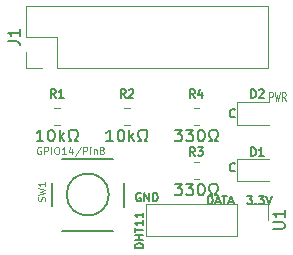
<source format=gto>
%TF.GenerationSoftware,KiCad,Pcbnew,5.1.7-a382d34a8~87~ubuntu20.04.1*%
%TF.CreationDate,2020-11-06T02:00:15-03:00*%
%TF.ProjectId,RPI_HAT,5250495f-4841-4542-9e6b-696361645f70,v1 *%
%TF.SameCoordinates,Original*%
%TF.FileFunction,Legend,Top*%
%TF.FilePolarity,Positive*%
%FSLAX46Y46*%
G04 Gerber Fmt 4.6, Leading zero omitted, Abs format (unit mm)*
G04 Created by KiCad (PCBNEW 5.1.7-a382d34a8~87~ubuntu20.04.1) date 2020-11-06 02:00:15*
%MOMM*%
%LPD*%
G01*
G04 APERTURE LIST*
%ADD10C,0.150000*%
%ADD11C,0.100000*%
%ADD12C,0.120000*%
%ADD13C,0.203200*%
G04 APERTURE END LIST*
D10*
X113393666Y-107058666D02*
X113827000Y-107058666D01*
X113593666Y-107325333D01*
X113693666Y-107325333D01*
X113760333Y-107358666D01*
X113793666Y-107392000D01*
X113827000Y-107458666D01*
X113827000Y-107625333D01*
X113793666Y-107692000D01*
X113760333Y-107725333D01*
X113693666Y-107758666D01*
X113493666Y-107758666D01*
X113427000Y-107725333D01*
X113393666Y-107692000D01*
X114127000Y-107692000D02*
X114160333Y-107725333D01*
X114127000Y-107758666D01*
X114093666Y-107725333D01*
X114127000Y-107692000D01*
X114127000Y-107758666D01*
X114393666Y-107058666D02*
X114827000Y-107058666D01*
X114593666Y-107325333D01*
X114693666Y-107325333D01*
X114760333Y-107358666D01*
X114793666Y-107392000D01*
X114827000Y-107458666D01*
X114827000Y-107625333D01*
X114793666Y-107692000D01*
X114760333Y-107725333D01*
X114693666Y-107758666D01*
X114493666Y-107758666D01*
X114427000Y-107725333D01*
X114393666Y-107692000D01*
X115027000Y-107058666D02*
X115260333Y-107758666D01*
X115493666Y-107058666D01*
X110075000Y-107758666D02*
X110075000Y-107058666D01*
X110241666Y-107058666D01*
X110341666Y-107092000D01*
X110408333Y-107158666D01*
X110441666Y-107225333D01*
X110475000Y-107358666D01*
X110475000Y-107458666D01*
X110441666Y-107592000D01*
X110408333Y-107658666D01*
X110341666Y-107725333D01*
X110241666Y-107758666D01*
X110075000Y-107758666D01*
X110741666Y-107558666D02*
X111075000Y-107558666D01*
X110675000Y-107758666D02*
X110908333Y-107058666D01*
X111141666Y-107758666D01*
X111275000Y-107058666D02*
X111675000Y-107058666D01*
X111475000Y-107758666D02*
X111475000Y-107058666D01*
X111875000Y-107558666D02*
X112208333Y-107558666D01*
X111808333Y-107758666D02*
X112041666Y-107058666D01*
X112275000Y-107758666D01*
X104368666Y-106838000D02*
X104302000Y-106804666D01*
X104202000Y-106804666D01*
X104102000Y-106838000D01*
X104035333Y-106904666D01*
X104002000Y-106971333D01*
X103968666Y-107104666D01*
X103968666Y-107204666D01*
X104002000Y-107338000D01*
X104035333Y-107404666D01*
X104102000Y-107471333D01*
X104202000Y-107504666D01*
X104268666Y-107504666D01*
X104368666Y-107471333D01*
X104402000Y-107438000D01*
X104402000Y-107204666D01*
X104268666Y-107204666D01*
X104702000Y-107504666D02*
X104702000Y-106804666D01*
X105102000Y-107504666D01*
X105102000Y-106804666D01*
X105435333Y-107504666D02*
X105435333Y-106804666D01*
X105602000Y-106804666D01*
X105702000Y-106838000D01*
X105768666Y-106904666D01*
X105802000Y-106971333D01*
X105835333Y-107104666D01*
X105835333Y-107204666D01*
X105802000Y-107338000D01*
X105768666Y-107404666D01*
X105702000Y-107471333D01*
X105602000Y-107504666D01*
X105435333Y-107504666D01*
D11*
X115284333Y-99040904D02*
X115284333Y-98240904D01*
X115474809Y-98240904D01*
X115522428Y-98279000D01*
X115546238Y-98317095D01*
X115570047Y-98393285D01*
X115570047Y-98507571D01*
X115546238Y-98583761D01*
X115522428Y-98621857D01*
X115474809Y-98659952D01*
X115284333Y-98659952D01*
X115736714Y-98240904D02*
X115855761Y-99040904D01*
X115951000Y-98469476D01*
X116046238Y-99040904D01*
X116165285Y-98240904D01*
X116641476Y-99040904D02*
X116474809Y-98659952D01*
X116355761Y-99040904D02*
X116355761Y-98240904D01*
X116546238Y-98240904D01*
X116593857Y-98279000D01*
X116617666Y-98317095D01*
X116641476Y-98393285D01*
X116641476Y-98507571D01*
X116617666Y-98583761D01*
X116593857Y-98621857D01*
X116546238Y-98659952D01*
X116355761Y-98659952D01*
D10*
X112379095Y-104925761D02*
X112283857Y-104973380D01*
X112093380Y-104973380D01*
X111998142Y-104925761D01*
X111950523Y-104878142D01*
X111902904Y-104782904D01*
X111902904Y-104497190D01*
X111950523Y-104401952D01*
X111998142Y-104354333D01*
X112093380Y-104306714D01*
X112283857Y-104306714D01*
X112379095Y-104354333D01*
X112379095Y-100353761D02*
X112283857Y-100401380D01*
X112093380Y-100401380D01*
X111998142Y-100353761D01*
X111950523Y-100306142D01*
X111902904Y-100210904D01*
X111902904Y-99925190D01*
X111950523Y-99829952D01*
X111998142Y-99782333D01*
X112093380Y-99734714D01*
X112283857Y-99734714D01*
X112379095Y-99782333D01*
D12*
%TO.C,J1*%
X115122000Y-96199000D02*
X115122000Y-90999000D01*
X97282000Y-96199000D02*
X115122000Y-96199000D01*
X94682000Y-90999000D02*
X115122000Y-90999000D01*
X97282000Y-96199000D02*
X97282000Y-93599000D01*
X97282000Y-93599000D02*
X94682000Y-93599000D01*
X94682000Y-93599000D02*
X94682000Y-90999000D01*
X96012000Y-96199000D02*
X94682000Y-96199000D01*
X94682000Y-96199000D02*
X94682000Y-94869000D01*
%TO.C,R1*%
X97078436Y-99595000D02*
X97532564Y-99595000D01*
X97078436Y-101065000D02*
X97532564Y-101065000D01*
%TO.C,R2*%
X102983936Y-101065000D02*
X103438064Y-101065000D01*
X102983936Y-99595000D02*
X103438064Y-99595000D01*
%TO.C,R3*%
X108889436Y-104167000D02*
X109343564Y-104167000D01*
X108889436Y-105637000D02*
X109343564Y-105637000D01*
%TO.C,R4*%
X108889436Y-101065000D02*
X109343564Y-101065000D01*
X108889436Y-99595000D02*
X109343564Y-99595000D01*
D13*
%TO.C,SW1*%
X97734700Y-109982000D02*
X102052700Y-109982000D01*
X102052700Y-103886000D02*
X97734700Y-103886000D01*
X96845700Y-107929680D02*
X96845700Y-105918000D01*
X102941700Y-107960160D02*
X102941700Y-105918000D01*
X101671700Y-106934000D02*
G75*
G03*
X101671700Y-106934000I-1778000J0D01*
G01*
D12*
%TO.C,U1*%
X104842000Y-107763000D02*
X104842000Y-110423000D01*
X112522000Y-107763000D02*
X104842000Y-107763000D01*
X112522000Y-110423000D02*
X104842000Y-110423000D01*
X112522000Y-107763000D02*
X112522000Y-110423000D01*
X113792000Y-107763000D02*
X115122000Y-107763000D01*
X115122000Y-107763000D02*
X115122000Y-109093000D01*
%TO.C,D1*%
X115252500Y-103897000D02*
X112567500Y-103897000D01*
X112567500Y-103897000D02*
X112567500Y-105817000D01*
X112567500Y-105817000D02*
X115252500Y-105817000D01*
%TO.C,D2*%
X112567500Y-101036000D02*
X115252500Y-101036000D01*
X112567500Y-99116000D02*
X112567500Y-101036000D01*
X115252500Y-99116000D02*
X112567500Y-99116000D01*
%TO.C,*%
D10*
D11*
X95939285Y-102951000D02*
X95882142Y-102922428D01*
X95796428Y-102922428D01*
X95710714Y-102951000D01*
X95653571Y-103008142D01*
X95625000Y-103065285D01*
X95596428Y-103179571D01*
X95596428Y-103265285D01*
X95625000Y-103379571D01*
X95653571Y-103436714D01*
X95710714Y-103493857D01*
X95796428Y-103522428D01*
X95853571Y-103522428D01*
X95939285Y-103493857D01*
X95967857Y-103465285D01*
X95967857Y-103265285D01*
X95853571Y-103265285D01*
X96225000Y-103522428D02*
X96225000Y-102922428D01*
X96453571Y-102922428D01*
X96510714Y-102951000D01*
X96539285Y-102979571D01*
X96567857Y-103036714D01*
X96567857Y-103122428D01*
X96539285Y-103179571D01*
X96510714Y-103208142D01*
X96453571Y-103236714D01*
X96225000Y-103236714D01*
X96825000Y-103522428D02*
X96825000Y-102922428D01*
X97225000Y-102922428D02*
X97339285Y-102922428D01*
X97396428Y-102951000D01*
X97453571Y-103008142D01*
X97482142Y-103122428D01*
X97482142Y-103322428D01*
X97453571Y-103436714D01*
X97396428Y-103493857D01*
X97339285Y-103522428D01*
X97225000Y-103522428D01*
X97167857Y-103493857D01*
X97110714Y-103436714D01*
X97082142Y-103322428D01*
X97082142Y-103122428D01*
X97110714Y-103008142D01*
X97167857Y-102951000D01*
X97225000Y-102922428D01*
X98053571Y-103522428D02*
X97710714Y-103522428D01*
X97882142Y-103522428D02*
X97882142Y-102922428D01*
X97825000Y-103008142D01*
X97767857Y-103065285D01*
X97710714Y-103093857D01*
X98567857Y-103122428D02*
X98567857Y-103522428D01*
X98425000Y-102893857D02*
X98282142Y-103322428D01*
X98653571Y-103322428D01*
X99310714Y-102893857D02*
X98796428Y-103665285D01*
X99510714Y-103522428D02*
X99510714Y-102922428D01*
X99739285Y-102922428D01*
X99796428Y-102951000D01*
X99825000Y-102979571D01*
X99853571Y-103036714D01*
X99853571Y-103122428D01*
X99825000Y-103179571D01*
X99796428Y-103208142D01*
X99739285Y-103236714D01*
X99510714Y-103236714D01*
X100110714Y-103522428D02*
X100110714Y-103122428D01*
X100110714Y-102922428D02*
X100082142Y-102951000D01*
X100110714Y-102979571D01*
X100139285Y-102951000D01*
X100110714Y-102922428D01*
X100110714Y-102979571D01*
X100396428Y-103122428D02*
X100396428Y-103522428D01*
X100396428Y-103179571D02*
X100425000Y-103151000D01*
X100482142Y-103122428D01*
X100567857Y-103122428D01*
X100625000Y-103151000D01*
X100653571Y-103208142D01*
X100653571Y-103522428D01*
X101025000Y-103179571D02*
X100967857Y-103151000D01*
X100939285Y-103122428D01*
X100910714Y-103065285D01*
X100910714Y-103036714D01*
X100939285Y-102979571D01*
X100967857Y-102951000D01*
X101025000Y-102922428D01*
X101139285Y-102922428D01*
X101196428Y-102951000D01*
X101225000Y-102979571D01*
X101253571Y-103036714D01*
X101253571Y-103065285D01*
X101225000Y-103122428D01*
X101196428Y-103151000D01*
X101139285Y-103179571D01*
X101025000Y-103179571D01*
X100967857Y-103208142D01*
X100939285Y-103236714D01*
X100910714Y-103293857D01*
X100910714Y-103408142D01*
X100939285Y-103465285D01*
X100967857Y-103493857D01*
X101025000Y-103522428D01*
X101139285Y-103522428D01*
X101196428Y-103493857D01*
X101225000Y-103465285D01*
X101253571Y-103408142D01*
X101253571Y-103293857D01*
X101225000Y-103236714D01*
X101196428Y-103208142D01*
X101139285Y-103179571D01*
D10*
%TO.C,J1*%
X93134380Y-93932333D02*
X93848666Y-93932333D01*
X93991523Y-93979952D01*
X94086761Y-94075190D01*
X94134380Y-94218047D01*
X94134380Y-94313285D01*
X94134380Y-92932333D02*
X94134380Y-93503761D01*
X94134380Y-93218047D02*
X93134380Y-93218047D01*
X93277238Y-93313285D01*
X93372476Y-93408523D01*
X93420095Y-93503761D01*
%TO.C,R1*%
X97188833Y-98742666D02*
X96955500Y-98409333D01*
X96788833Y-98742666D02*
X96788833Y-98042666D01*
X97055500Y-98042666D01*
X97122166Y-98076000D01*
X97155500Y-98109333D01*
X97188833Y-98176000D01*
X97188833Y-98276000D01*
X97155500Y-98342666D01*
X97122166Y-98376000D01*
X97055500Y-98409333D01*
X96788833Y-98409333D01*
X97855500Y-98742666D02*
X97455500Y-98742666D01*
X97655500Y-98742666D02*
X97655500Y-98042666D01*
X97588833Y-98142666D01*
X97522166Y-98209333D01*
X97455500Y-98242666D01*
X96138833Y-102432380D02*
X95567404Y-102432380D01*
X95853119Y-102432380D02*
X95853119Y-101432380D01*
X95757880Y-101575238D01*
X95662642Y-101670476D01*
X95567404Y-101718095D01*
X96757880Y-101432380D02*
X96853119Y-101432380D01*
X96948357Y-101480000D01*
X96995976Y-101527619D01*
X97043595Y-101622857D01*
X97091214Y-101813333D01*
X97091214Y-102051428D01*
X97043595Y-102241904D01*
X96995976Y-102337142D01*
X96948357Y-102384761D01*
X96853119Y-102432380D01*
X96757880Y-102432380D01*
X96662642Y-102384761D01*
X96615023Y-102337142D01*
X96567404Y-102241904D01*
X96519785Y-102051428D01*
X96519785Y-101813333D01*
X96567404Y-101622857D01*
X96615023Y-101527619D01*
X96662642Y-101480000D01*
X96757880Y-101432380D01*
X97519785Y-102432380D02*
X97519785Y-101432380D01*
X97615023Y-102051428D02*
X97900738Y-102432380D01*
X97900738Y-101765714D02*
X97519785Y-102146666D01*
X98281690Y-102432380D02*
X98519785Y-102432380D01*
X98519785Y-102241904D01*
X98424547Y-102194285D01*
X98329309Y-102099047D01*
X98281690Y-101956190D01*
X98281690Y-101718095D01*
X98329309Y-101575238D01*
X98424547Y-101480000D01*
X98567404Y-101432380D01*
X98757880Y-101432380D01*
X98900738Y-101480000D01*
X98995976Y-101575238D01*
X99043595Y-101718095D01*
X99043595Y-101956190D01*
X98995976Y-102099047D01*
X98900738Y-102194285D01*
X98805500Y-102241904D01*
X98805500Y-102432380D01*
X99043595Y-102432380D01*
%TO.C,R2*%
X103094333Y-98742666D02*
X102861000Y-98409333D01*
X102694333Y-98742666D02*
X102694333Y-98042666D01*
X102961000Y-98042666D01*
X103027666Y-98076000D01*
X103061000Y-98109333D01*
X103094333Y-98176000D01*
X103094333Y-98276000D01*
X103061000Y-98342666D01*
X103027666Y-98376000D01*
X102961000Y-98409333D01*
X102694333Y-98409333D01*
X103361000Y-98109333D02*
X103394333Y-98076000D01*
X103461000Y-98042666D01*
X103627666Y-98042666D01*
X103694333Y-98076000D01*
X103727666Y-98109333D01*
X103761000Y-98176000D01*
X103761000Y-98242666D01*
X103727666Y-98342666D01*
X103327666Y-98742666D01*
X103761000Y-98742666D01*
X102044333Y-102432380D02*
X101472904Y-102432380D01*
X101758619Y-102432380D02*
X101758619Y-101432380D01*
X101663380Y-101575238D01*
X101568142Y-101670476D01*
X101472904Y-101718095D01*
X102663380Y-101432380D02*
X102758619Y-101432380D01*
X102853857Y-101480000D01*
X102901476Y-101527619D01*
X102949095Y-101622857D01*
X102996714Y-101813333D01*
X102996714Y-102051428D01*
X102949095Y-102241904D01*
X102901476Y-102337142D01*
X102853857Y-102384761D01*
X102758619Y-102432380D01*
X102663380Y-102432380D01*
X102568142Y-102384761D01*
X102520523Y-102337142D01*
X102472904Y-102241904D01*
X102425285Y-102051428D01*
X102425285Y-101813333D01*
X102472904Y-101622857D01*
X102520523Y-101527619D01*
X102568142Y-101480000D01*
X102663380Y-101432380D01*
X103425285Y-102432380D02*
X103425285Y-101432380D01*
X103520523Y-102051428D02*
X103806238Y-102432380D01*
X103806238Y-101765714D02*
X103425285Y-102146666D01*
X104187190Y-102432380D02*
X104425285Y-102432380D01*
X104425285Y-102241904D01*
X104330047Y-102194285D01*
X104234809Y-102099047D01*
X104187190Y-101956190D01*
X104187190Y-101718095D01*
X104234809Y-101575238D01*
X104330047Y-101480000D01*
X104472904Y-101432380D01*
X104663380Y-101432380D01*
X104806238Y-101480000D01*
X104901476Y-101575238D01*
X104949095Y-101718095D01*
X104949095Y-101956190D01*
X104901476Y-102099047D01*
X104806238Y-102194285D01*
X104711000Y-102241904D01*
X104711000Y-102432380D01*
X104949095Y-102432380D01*
%TO.C,R3*%
X108976333Y-103649666D02*
X108743000Y-103316333D01*
X108576333Y-103649666D02*
X108576333Y-102949666D01*
X108843000Y-102949666D01*
X108909666Y-102983000D01*
X108943000Y-103016333D01*
X108976333Y-103083000D01*
X108976333Y-103183000D01*
X108943000Y-103249666D01*
X108909666Y-103283000D01*
X108843000Y-103316333D01*
X108576333Y-103316333D01*
X109209666Y-102949666D02*
X109643000Y-102949666D01*
X109409666Y-103216333D01*
X109509666Y-103216333D01*
X109576333Y-103249666D01*
X109609666Y-103283000D01*
X109643000Y-103349666D01*
X109643000Y-103516333D01*
X109609666Y-103583000D01*
X109576333Y-103616333D01*
X109509666Y-103649666D01*
X109309666Y-103649666D01*
X109243000Y-103616333D01*
X109209666Y-103583000D01*
X107259357Y-106004380D02*
X107878404Y-106004380D01*
X107545071Y-106385333D01*
X107687928Y-106385333D01*
X107783166Y-106432952D01*
X107830785Y-106480571D01*
X107878404Y-106575809D01*
X107878404Y-106813904D01*
X107830785Y-106909142D01*
X107783166Y-106956761D01*
X107687928Y-107004380D01*
X107402214Y-107004380D01*
X107306976Y-106956761D01*
X107259357Y-106909142D01*
X108211738Y-106004380D02*
X108830785Y-106004380D01*
X108497452Y-106385333D01*
X108640309Y-106385333D01*
X108735547Y-106432952D01*
X108783166Y-106480571D01*
X108830785Y-106575809D01*
X108830785Y-106813904D01*
X108783166Y-106909142D01*
X108735547Y-106956761D01*
X108640309Y-107004380D01*
X108354595Y-107004380D01*
X108259357Y-106956761D01*
X108211738Y-106909142D01*
X109449833Y-106004380D02*
X109545071Y-106004380D01*
X109640309Y-106052000D01*
X109687928Y-106099619D01*
X109735547Y-106194857D01*
X109783166Y-106385333D01*
X109783166Y-106623428D01*
X109735547Y-106813904D01*
X109687928Y-106909142D01*
X109640309Y-106956761D01*
X109545071Y-107004380D01*
X109449833Y-107004380D01*
X109354595Y-106956761D01*
X109306976Y-106909142D01*
X109259357Y-106813904D01*
X109211738Y-106623428D01*
X109211738Y-106385333D01*
X109259357Y-106194857D01*
X109306976Y-106099619D01*
X109354595Y-106052000D01*
X109449833Y-106004380D01*
X110164119Y-107004380D02*
X110402214Y-107004380D01*
X110402214Y-106813904D01*
X110306976Y-106766285D01*
X110211738Y-106671047D01*
X110164119Y-106528190D01*
X110164119Y-106290095D01*
X110211738Y-106147238D01*
X110306976Y-106052000D01*
X110449833Y-106004380D01*
X110640309Y-106004380D01*
X110783166Y-106052000D01*
X110878404Y-106147238D01*
X110926023Y-106290095D01*
X110926023Y-106528190D01*
X110878404Y-106671047D01*
X110783166Y-106766285D01*
X110687928Y-106813904D01*
X110687928Y-107004380D01*
X110926023Y-107004380D01*
%TO.C,R4*%
X108976333Y-98742666D02*
X108743000Y-98409333D01*
X108576333Y-98742666D02*
X108576333Y-98042666D01*
X108843000Y-98042666D01*
X108909666Y-98076000D01*
X108943000Y-98109333D01*
X108976333Y-98176000D01*
X108976333Y-98276000D01*
X108943000Y-98342666D01*
X108909666Y-98376000D01*
X108843000Y-98409333D01*
X108576333Y-98409333D01*
X109576333Y-98276000D02*
X109576333Y-98742666D01*
X109409666Y-98009333D02*
X109243000Y-98509333D01*
X109676333Y-98509333D01*
X107259357Y-101432380D02*
X107878404Y-101432380D01*
X107545071Y-101813333D01*
X107687928Y-101813333D01*
X107783166Y-101860952D01*
X107830785Y-101908571D01*
X107878404Y-102003809D01*
X107878404Y-102241904D01*
X107830785Y-102337142D01*
X107783166Y-102384761D01*
X107687928Y-102432380D01*
X107402214Y-102432380D01*
X107306976Y-102384761D01*
X107259357Y-102337142D01*
X108211738Y-101432380D02*
X108830785Y-101432380D01*
X108497452Y-101813333D01*
X108640309Y-101813333D01*
X108735547Y-101860952D01*
X108783166Y-101908571D01*
X108830785Y-102003809D01*
X108830785Y-102241904D01*
X108783166Y-102337142D01*
X108735547Y-102384761D01*
X108640309Y-102432380D01*
X108354595Y-102432380D01*
X108259357Y-102384761D01*
X108211738Y-102337142D01*
X109449833Y-101432380D02*
X109545071Y-101432380D01*
X109640309Y-101480000D01*
X109687928Y-101527619D01*
X109735547Y-101622857D01*
X109783166Y-101813333D01*
X109783166Y-102051428D01*
X109735547Y-102241904D01*
X109687928Y-102337142D01*
X109640309Y-102384761D01*
X109545071Y-102432380D01*
X109449833Y-102432380D01*
X109354595Y-102384761D01*
X109306976Y-102337142D01*
X109259357Y-102241904D01*
X109211738Y-102051428D01*
X109211738Y-101813333D01*
X109259357Y-101622857D01*
X109306976Y-101527619D01*
X109354595Y-101480000D01*
X109449833Y-101432380D01*
X110164119Y-102432380D02*
X110402214Y-102432380D01*
X110402214Y-102241904D01*
X110306976Y-102194285D01*
X110211738Y-102099047D01*
X110164119Y-101956190D01*
X110164119Y-101718095D01*
X110211738Y-101575238D01*
X110306976Y-101480000D01*
X110449833Y-101432380D01*
X110640309Y-101432380D01*
X110783166Y-101480000D01*
X110878404Y-101575238D01*
X110926023Y-101718095D01*
X110926023Y-101956190D01*
X110878404Y-102099047D01*
X110783166Y-102194285D01*
X110687928Y-102241904D01*
X110687928Y-102432380D01*
X110926023Y-102432380D01*
%TO.C,SW1*%
D11*
X96254857Y-107480000D02*
X96283428Y-107394285D01*
X96283428Y-107251428D01*
X96254857Y-107194285D01*
X96226285Y-107165714D01*
X96169142Y-107137142D01*
X96112000Y-107137142D01*
X96054857Y-107165714D01*
X96026285Y-107194285D01*
X95997714Y-107251428D01*
X95969142Y-107365714D01*
X95940571Y-107422857D01*
X95912000Y-107451428D01*
X95854857Y-107480000D01*
X95797714Y-107480000D01*
X95740571Y-107451428D01*
X95712000Y-107422857D01*
X95683428Y-107365714D01*
X95683428Y-107222857D01*
X95712000Y-107137142D01*
X95683428Y-106937142D02*
X96283428Y-106794285D01*
X95854857Y-106680000D01*
X96283428Y-106565714D01*
X95683428Y-106422857D01*
X96283428Y-105880000D02*
X96283428Y-106222857D01*
X96283428Y-106051428D02*
X95683428Y-106051428D01*
X95769142Y-106108571D01*
X95826285Y-106165714D01*
X95854857Y-106222857D01*
%TO.C,U1*%
D10*
X115574380Y-109854904D02*
X116383904Y-109854904D01*
X116479142Y-109807285D01*
X116526761Y-109759666D01*
X116574380Y-109664428D01*
X116574380Y-109473952D01*
X116526761Y-109378714D01*
X116479142Y-109331095D01*
X116383904Y-109283476D01*
X115574380Y-109283476D01*
X116574380Y-108283476D02*
X116574380Y-108854904D01*
X116574380Y-108569190D02*
X115574380Y-108569190D01*
X115717238Y-108664428D01*
X115812476Y-108759666D01*
X115860095Y-108854904D01*
X104583666Y-111465333D02*
X103883666Y-111465333D01*
X103883666Y-111298666D01*
X103917000Y-111198666D01*
X103983666Y-111132000D01*
X104050333Y-111098666D01*
X104183666Y-111065333D01*
X104283666Y-111065333D01*
X104417000Y-111098666D01*
X104483666Y-111132000D01*
X104550333Y-111198666D01*
X104583666Y-111298666D01*
X104583666Y-111465333D01*
X104583666Y-110765333D02*
X103883666Y-110765333D01*
X104217000Y-110765333D02*
X104217000Y-110365333D01*
X104583666Y-110365333D02*
X103883666Y-110365333D01*
X103883666Y-110132000D02*
X103883666Y-109732000D01*
X104583666Y-109932000D02*
X103883666Y-109932000D01*
X104583666Y-109132000D02*
X104583666Y-109532000D01*
X104583666Y-109332000D02*
X103883666Y-109332000D01*
X103983666Y-109398666D01*
X104050333Y-109465333D01*
X104083666Y-109532000D01*
X104583666Y-108465333D02*
X104583666Y-108865333D01*
X104583666Y-108665333D02*
X103883666Y-108665333D01*
X103983666Y-108732000D01*
X104050333Y-108798666D01*
X104083666Y-108865333D01*
%TO.C,D1*%
X113735833Y-103649666D02*
X113735833Y-102949666D01*
X113902500Y-102949666D01*
X114002500Y-102983000D01*
X114069166Y-103049666D01*
X114102500Y-103116333D01*
X114135833Y-103249666D01*
X114135833Y-103349666D01*
X114102500Y-103483000D01*
X114069166Y-103549666D01*
X114002500Y-103616333D01*
X113902500Y-103649666D01*
X113735833Y-103649666D01*
X114802500Y-103649666D02*
X114402500Y-103649666D01*
X114602500Y-103649666D02*
X114602500Y-102949666D01*
X114535833Y-103049666D01*
X114469166Y-103116333D01*
X114402500Y-103149666D01*
%TO.C,D2*%
X113735833Y-98742666D02*
X113735833Y-98042666D01*
X113902500Y-98042666D01*
X114002500Y-98076000D01*
X114069166Y-98142666D01*
X114102500Y-98209333D01*
X114135833Y-98342666D01*
X114135833Y-98442666D01*
X114102500Y-98576000D01*
X114069166Y-98642666D01*
X114002500Y-98709333D01*
X113902500Y-98742666D01*
X113735833Y-98742666D01*
X114402500Y-98109333D02*
X114435833Y-98076000D01*
X114502500Y-98042666D01*
X114669166Y-98042666D01*
X114735833Y-98076000D01*
X114769166Y-98109333D01*
X114802500Y-98176000D01*
X114802500Y-98242666D01*
X114769166Y-98342666D01*
X114369166Y-98742666D01*
X114802500Y-98742666D01*
%TD*%
M02*

</source>
